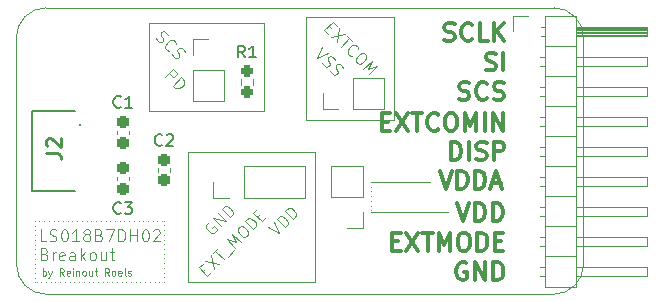
<source format=gto>
%TF.GenerationSoftware,KiCad,Pcbnew,8.0.3*%
%TF.CreationDate,2024-06-23T18:27:21+02:00*%
%TF.ProjectId,LS018B7DH02_breakout,4c533031-3842-4374-9448-30325f627265,rev?*%
%TF.SameCoordinates,Original*%
%TF.FileFunction,Legend,Top*%
%TF.FilePolarity,Positive*%
%FSLAX46Y46*%
G04 Gerber Fmt 4.6, Leading zero omitted, Abs format (unit mm)*
G04 Created by KiCad (PCBNEW 8.0.3) date 2024-06-23 18:27:21*
%MOMM*%
%LPD*%
G01*
G04 APERTURE LIST*
G04 Aperture macros list*
%AMRoundRect*
0 Rectangle with rounded corners*
0 $1 Rounding radius*
0 $2 $3 $4 $5 $6 $7 $8 $9 X,Y pos of 4 corners*
0 Add a 4 corners polygon primitive as box body*
4,1,4,$2,$3,$4,$5,$6,$7,$8,$9,$2,$3,0*
0 Add four circle primitives for the rounded corners*
1,1,$1+$1,$2,$3*
1,1,$1+$1,$4,$5*
1,1,$1+$1,$6,$7*
1,1,$1+$1,$8,$9*
0 Add four rect primitives between the rounded corners*
20,1,$1+$1,$2,$3,$4,$5,0*
20,1,$1+$1,$4,$5,$6,$7,0*
20,1,$1+$1,$6,$7,$8,$9,0*
20,1,$1+$1,$8,$9,$2,$3,0*%
G04 Aperture macros list end*
%ADD10C,0.100000*%
%ADD11C,0.300000*%
%ADD12C,0.150000*%
%ADD13C,0.254000*%
%ADD14C,0.120000*%
%ADD15C,0.200000*%
%ADD16R,1.700000X1.700000*%
%ADD17O,1.700000X1.700000*%
%ADD18RoundRect,0.237500X0.237500X-0.300000X0.237500X0.300000X-0.237500X0.300000X-0.237500X-0.300000X0*%
%ADD19RoundRect,0.237500X-0.237500X0.300000X-0.237500X-0.300000X0.237500X-0.300000X0.237500X0.300000X0*%
%ADD20R,0.700000X0.300000*%
%ADD21R,1.000000X0.300000*%
%ADD22RoundRect,0.237500X0.237500X-0.250000X0.237500X0.250000X-0.237500X0.250000X-0.237500X-0.250000X0*%
G04 APERTURE END LIST*
D10*
X119500000Y-103000000D02*
X119500000Y-83750000D01*
X106500000Y-96000000D02*
X101500000Y-96000000D01*
X71494538Y-103005762D02*
X71494538Y-83755762D01*
X117000000Y-81250000D02*
G75*
G02*
X119500000Y-83750000I0J-2500000D01*
G01*
X73040611Y-99275205D02*
X73040611Y-99275205D01*
X73440611Y-99275205D02*
X73440611Y-99275205D01*
X73840611Y-99275205D02*
X73840611Y-99275205D01*
X74240611Y-99275205D02*
X74240611Y-99275205D01*
X74640611Y-99275205D02*
X74640611Y-99275205D01*
X75040611Y-99275205D02*
X75040611Y-99275205D01*
X75440611Y-99275205D02*
X75440611Y-99275205D01*
X75840611Y-99275205D02*
X75840611Y-99275205D01*
X76240611Y-99275205D02*
X76240611Y-99275205D01*
X76640611Y-99275205D02*
X76640611Y-99275205D01*
X77040611Y-99275205D02*
X77040611Y-99275205D01*
X77440611Y-99275205D02*
X77440611Y-99275205D01*
X77840611Y-99275205D02*
X77840611Y-99275205D01*
X78240611Y-99275205D02*
X78240611Y-99275205D01*
X78640611Y-99275205D02*
X78640611Y-99275205D01*
X79040611Y-99275205D02*
X79040611Y-99275205D01*
X79440611Y-99275205D02*
X79440611Y-99275205D01*
X79840611Y-99275205D02*
X79840611Y-99275205D01*
X80240611Y-99275205D02*
X80240611Y-99275205D01*
X80640611Y-99275205D02*
X80640611Y-99275205D01*
X81040611Y-99275205D02*
X81040611Y-99275205D01*
X81440611Y-99275205D02*
X81440611Y-99275205D01*
X81840611Y-99275205D02*
X81840611Y-99275205D01*
X82240611Y-99275205D02*
X82240611Y-99275205D01*
X82640611Y-99275205D02*
X82640611Y-99275205D01*
X83040611Y-99275205D02*
X83040611Y-99275205D01*
X83440611Y-99275205D02*
X83440611Y-99275205D01*
X83840611Y-99275205D02*
X83840611Y-99275205D01*
X84000000Y-99275205D02*
X84000000Y-99275205D01*
X84000000Y-99675205D02*
X84000000Y-99675205D01*
X84000000Y-100075205D02*
X84000000Y-100075205D01*
X84000000Y-100475205D02*
X84000000Y-100475205D01*
X84000000Y-100875205D02*
X84000000Y-100875205D01*
X84000000Y-101275205D02*
X84000000Y-101275205D01*
X84000000Y-101675205D02*
X84000000Y-101675205D01*
X84000000Y-102075205D02*
X84000000Y-102075205D01*
X84000000Y-102475205D02*
X84000000Y-102475205D01*
X84000000Y-102875205D02*
X84000000Y-102875205D01*
X84000000Y-103275205D02*
X84000000Y-103275205D01*
X84000000Y-103675205D02*
X84000000Y-103675205D01*
X84000000Y-104075205D02*
X84000000Y-104075205D01*
X84000000Y-104475205D02*
X84000000Y-104475205D01*
X84000000Y-104500000D02*
X84000000Y-104500000D01*
X83600000Y-104500000D02*
X83600000Y-104500000D01*
X83200000Y-104500000D02*
X83200000Y-104500000D01*
X82800000Y-104500000D02*
X82800000Y-104500000D01*
X82400000Y-104500000D02*
X82400000Y-104500000D01*
X82000000Y-104500000D02*
X82000000Y-104500000D01*
X81600000Y-104500000D02*
X81600000Y-104500000D01*
X81200000Y-104500000D02*
X81200000Y-104500000D01*
X80800000Y-104500000D02*
X80800000Y-104500000D01*
X80400000Y-104500000D02*
X80400000Y-104500000D01*
X80000000Y-104500000D02*
X80000000Y-104500000D01*
X79600000Y-104500000D02*
X79600000Y-104500000D01*
X79200000Y-104500000D02*
X79200000Y-104500000D01*
X78800000Y-104500000D02*
X78800000Y-104500000D01*
X78400000Y-104500000D02*
X78400000Y-104500000D01*
X78000000Y-104500000D02*
X78000000Y-104500000D01*
X77600000Y-104500000D02*
X77600000Y-104500000D01*
X77200000Y-104500000D02*
X77200000Y-104500000D01*
X76800000Y-104500000D02*
X76800000Y-104500000D01*
X76400000Y-104500000D02*
X76400000Y-104500000D01*
X76000000Y-104500000D02*
X76000000Y-104500000D01*
X75600000Y-104500000D02*
X75600000Y-104500000D01*
X75200000Y-104500000D02*
X75200000Y-104500000D01*
X74800000Y-104500000D02*
X74800000Y-104500000D01*
X74400000Y-104500000D02*
X74400000Y-104500000D01*
X74000000Y-104500000D02*
X74000000Y-104500000D01*
X73600000Y-104500000D02*
X73600000Y-104500000D01*
X73200000Y-104500000D02*
X73200000Y-104500000D01*
X73040611Y-104500000D02*
X73040611Y-104500000D01*
X73040611Y-104100000D02*
X73040611Y-104100000D01*
X73040611Y-103700000D02*
X73040611Y-103700000D01*
X73040611Y-103300000D02*
X73040611Y-103300000D01*
X73040611Y-102900000D02*
X73040611Y-102900000D01*
X73040611Y-102500000D02*
X73040611Y-102500000D01*
X73040611Y-102100000D02*
X73040611Y-102100000D01*
X73040611Y-101700000D02*
X73040611Y-101700000D01*
X73040611Y-101300000D02*
X73040611Y-101300000D01*
X73040611Y-100900000D02*
X73040611Y-100900000D01*
X73040611Y-100500000D02*
X73040611Y-100500000D01*
X73040611Y-100100000D02*
X73040611Y-100100000D01*
X73040611Y-99700000D02*
X73040611Y-99700000D01*
X73040611Y-99300000D02*
X73040611Y-99300000D01*
X106500000Y-98500000D02*
X101500000Y-98500000D01*
X71494538Y-83755762D02*
G75*
G02*
X73994538Y-81255838I2499962J-38D01*
G01*
X101500000Y-96000000D02*
X101500000Y-96000000D01*
X101500000Y-96400000D02*
X101500000Y-96400000D01*
X101500000Y-96800000D02*
X101500000Y-96800000D01*
X101500000Y-97200000D02*
X101500000Y-97200000D01*
X101500000Y-97600000D02*
X101500000Y-97600000D01*
X101500000Y-98000000D02*
X101500000Y-98000000D01*
X101500000Y-98400000D02*
X101500000Y-98400000D01*
X73994538Y-81255762D02*
X116994538Y-81255762D01*
X86000000Y-93500000D02*
X96750000Y-93500000D01*
X96750000Y-104500000D01*
X86000000Y-104500000D01*
X86000000Y-93500000D01*
X82750000Y-82500000D02*
X92500000Y-82500000D01*
X92500000Y-90000000D01*
X82750000Y-90000000D01*
X82750000Y-82500000D01*
X119500000Y-103000000D02*
G75*
G02*
X117000000Y-105500000I-2500000J0D01*
G01*
X74000000Y-105500000D02*
G75*
G02*
X71500000Y-103000000I0J2500000D01*
G01*
X117000000Y-105500000D02*
X74000000Y-105500000D01*
X106500000Y-98500000D02*
X108000000Y-98500000D01*
X96000000Y-82000000D02*
X103500000Y-82000000D01*
X103500000Y-90750000D01*
X96000000Y-90750000D01*
X96000000Y-82000000D01*
X87254275Y-103574518D02*
X87489978Y-103338816D01*
X87961382Y-103608190D02*
X87624665Y-103944908D01*
X87624665Y-103944908D02*
X86917558Y-103237801D01*
X86917558Y-103237801D02*
X87254275Y-102901083D01*
X87489978Y-102665381D02*
X88668489Y-102901083D01*
X87961382Y-102193976D02*
X88197085Y-103372488D01*
X88129741Y-102025618D02*
X88533802Y-101621557D01*
X89038878Y-102530694D02*
X88331772Y-101823587D01*
X89375596Y-102328663D02*
X89914344Y-101789915D01*
X90015360Y-101554213D02*
X89308253Y-100847106D01*
X89308253Y-100847106D02*
X90049031Y-101116480D01*
X90049031Y-101116480D02*
X89779657Y-100375701D01*
X89779657Y-100375701D02*
X90486764Y-101082808D01*
X90251062Y-99904297D02*
X90385749Y-99769610D01*
X90385749Y-99769610D02*
X90486764Y-99735938D01*
X90486764Y-99735938D02*
X90621451Y-99735938D01*
X90621451Y-99735938D02*
X90789810Y-99836954D01*
X90789810Y-99836954D02*
X91025512Y-100072656D01*
X91025512Y-100072656D02*
X91126527Y-100241015D01*
X91126527Y-100241015D02*
X91126527Y-100375702D01*
X91126527Y-100375702D02*
X91092855Y-100476717D01*
X91092855Y-100476717D02*
X90958168Y-100611404D01*
X90958168Y-100611404D02*
X90857153Y-100645076D01*
X90857153Y-100645076D02*
X90722466Y-100645076D01*
X90722466Y-100645076D02*
X90554107Y-100544060D01*
X90554107Y-100544060D02*
X90318405Y-100308358D01*
X90318405Y-100308358D02*
X90217390Y-100139999D01*
X90217390Y-100139999D02*
X90217390Y-100005312D01*
X90217390Y-100005312D02*
X90251062Y-99904297D01*
X91564260Y-100005312D02*
X90857153Y-99298206D01*
X90857153Y-99298206D02*
X91025512Y-99129847D01*
X91025512Y-99129847D02*
X91160199Y-99062503D01*
X91160199Y-99062503D02*
X91294886Y-99062503D01*
X91294886Y-99062503D02*
X91395901Y-99096175D01*
X91395901Y-99096175D02*
X91564260Y-99197190D01*
X91564260Y-99197190D02*
X91665275Y-99298206D01*
X91665275Y-99298206D02*
X91766290Y-99466564D01*
X91766290Y-99466564D02*
X91799962Y-99567580D01*
X91799962Y-99567580D02*
X91799962Y-99702267D01*
X91799962Y-99702267D02*
X91732619Y-99836954D01*
X91732619Y-99836954D02*
X91564260Y-100005312D01*
X91900977Y-98927816D02*
X92136680Y-98692114D01*
X92608084Y-98961488D02*
X92271367Y-99298206D01*
X92271367Y-99298206D02*
X91564260Y-98591099D01*
X91564260Y-98591099D02*
X91900977Y-98254381D01*
X87821619Y-99401083D02*
X87720604Y-99434755D01*
X87720604Y-99434755D02*
X87619588Y-99535770D01*
X87619588Y-99535770D02*
X87552245Y-99670457D01*
X87552245Y-99670457D02*
X87552245Y-99805144D01*
X87552245Y-99805144D02*
X87585917Y-99906160D01*
X87585917Y-99906160D02*
X87686932Y-100074518D01*
X87686932Y-100074518D02*
X87787947Y-100175534D01*
X87787947Y-100175534D02*
X87956306Y-100276549D01*
X87956306Y-100276549D02*
X88057321Y-100310221D01*
X88057321Y-100310221D02*
X88192008Y-100310221D01*
X88192008Y-100310221D02*
X88326695Y-100242877D01*
X88326695Y-100242877D02*
X88394039Y-100175534D01*
X88394039Y-100175534D02*
X88461382Y-100040847D01*
X88461382Y-100040847D02*
X88461382Y-99973503D01*
X88461382Y-99973503D02*
X88225680Y-99737801D01*
X88225680Y-99737801D02*
X88090993Y-99872488D01*
X88831772Y-99737801D02*
X88124665Y-99030694D01*
X88124665Y-99030694D02*
X89235833Y-99333740D01*
X89235833Y-99333740D02*
X88528726Y-98626633D01*
X89572550Y-98997022D02*
X88865443Y-98289915D01*
X88865443Y-98289915D02*
X89033802Y-98121557D01*
X89033802Y-98121557D02*
X89168489Y-98054213D01*
X89168489Y-98054213D02*
X89303176Y-98054213D01*
X89303176Y-98054213D02*
X89404191Y-98087885D01*
X89404191Y-98087885D02*
X89572550Y-98188900D01*
X89572550Y-98188900D02*
X89673565Y-98289915D01*
X89673565Y-98289915D02*
X89774581Y-98458274D01*
X89774581Y-98458274D02*
X89808252Y-98559289D01*
X89808252Y-98559289D02*
X89808252Y-98693976D01*
X89808252Y-98693976D02*
X89740909Y-98828664D01*
X89740909Y-98828664D02*
X89572550Y-98997022D01*
D11*
X111233082Y-86479400D02*
X111447368Y-86550828D01*
X111447368Y-86550828D02*
X111804510Y-86550828D01*
X111804510Y-86550828D02*
X111947368Y-86479400D01*
X111947368Y-86479400D02*
X112018796Y-86407971D01*
X112018796Y-86407971D02*
X112090225Y-86265114D01*
X112090225Y-86265114D02*
X112090225Y-86122257D01*
X112090225Y-86122257D02*
X112018796Y-85979400D01*
X112018796Y-85979400D02*
X111947368Y-85907971D01*
X111947368Y-85907971D02*
X111804510Y-85836542D01*
X111804510Y-85836542D02*
X111518796Y-85765114D01*
X111518796Y-85765114D02*
X111375939Y-85693685D01*
X111375939Y-85693685D02*
X111304510Y-85622257D01*
X111304510Y-85622257D02*
X111233082Y-85479400D01*
X111233082Y-85479400D02*
X111233082Y-85336542D01*
X111233082Y-85336542D02*
X111304510Y-85193685D01*
X111304510Y-85193685D02*
X111375939Y-85122257D01*
X111375939Y-85122257D02*
X111518796Y-85050828D01*
X111518796Y-85050828D02*
X111875939Y-85050828D01*
X111875939Y-85050828D02*
X112090225Y-85122257D01*
X112733081Y-86550828D02*
X112733081Y-85050828D01*
X108840225Y-97800828D02*
X109340225Y-99300828D01*
X109340225Y-99300828D02*
X109840225Y-97800828D01*
X110340224Y-99300828D02*
X110340224Y-97800828D01*
X110340224Y-97800828D02*
X110697367Y-97800828D01*
X110697367Y-97800828D02*
X110911653Y-97872257D01*
X110911653Y-97872257D02*
X111054510Y-98015114D01*
X111054510Y-98015114D02*
X111125939Y-98157971D01*
X111125939Y-98157971D02*
X111197367Y-98443685D01*
X111197367Y-98443685D02*
X111197367Y-98657971D01*
X111197367Y-98657971D02*
X111125939Y-98943685D01*
X111125939Y-98943685D02*
X111054510Y-99086542D01*
X111054510Y-99086542D02*
X110911653Y-99229400D01*
X110911653Y-99229400D02*
X110697367Y-99300828D01*
X110697367Y-99300828D02*
X110340224Y-99300828D01*
X111840224Y-99300828D02*
X111840224Y-97800828D01*
X111840224Y-97800828D02*
X112197367Y-97800828D01*
X112197367Y-97800828D02*
X112411653Y-97872257D01*
X112411653Y-97872257D02*
X112554510Y-98015114D01*
X112554510Y-98015114D02*
X112625939Y-98157971D01*
X112625939Y-98157971D02*
X112697367Y-98443685D01*
X112697367Y-98443685D02*
X112697367Y-98657971D01*
X112697367Y-98657971D02*
X112625939Y-98943685D01*
X112625939Y-98943685D02*
X112554510Y-99086542D01*
X112554510Y-99086542D02*
X112411653Y-99229400D01*
X112411653Y-99229400D02*
X112197367Y-99300828D01*
X112197367Y-99300828D02*
X111840224Y-99300828D01*
X103304510Y-101015114D02*
X103804510Y-101015114D01*
X104018796Y-101800828D02*
X103304510Y-101800828D01*
X103304510Y-101800828D02*
X103304510Y-100300828D01*
X103304510Y-100300828D02*
X104018796Y-100300828D01*
X104518796Y-100300828D02*
X105518796Y-101800828D01*
X105518796Y-100300828D02*
X104518796Y-101800828D01*
X105875939Y-100300828D02*
X106733082Y-100300828D01*
X106304510Y-101800828D02*
X106304510Y-100300828D01*
X107233081Y-101800828D02*
X107233081Y-100300828D01*
X107233081Y-100300828D02*
X107733081Y-101372257D01*
X107733081Y-101372257D02*
X108233081Y-100300828D01*
X108233081Y-100300828D02*
X108233081Y-101800828D01*
X109233082Y-100300828D02*
X109518796Y-100300828D01*
X109518796Y-100300828D02*
X109661653Y-100372257D01*
X109661653Y-100372257D02*
X109804510Y-100515114D01*
X109804510Y-100515114D02*
X109875939Y-100800828D01*
X109875939Y-100800828D02*
X109875939Y-101300828D01*
X109875939Y-101300828D02*
X109804510Y-101586542D01*
X109804510Y-101586542D02*
X109661653Y-101729400D01*
X109661653Y-101729400D02*
X109518796Y-101800828D01*
X109518796Y-101800828D02*
X109233082Y-101800828D01*
X109233082Y-101800828D02*
X109090225Y-101729400D01*
X109090225Y-101729400D02*
X108947367Y-101586542D01*
X108947367Y-101586542D02*
X108875939Y-101300828D01*
X108875939Y-101300828D02*
X108875939Y-100800828D01*
X108875939Y-100800828D02*
X108947367Y-100515114D01*
X108947367Y-100515114D02*
X109090225Y-100372257D01*
X109090225Y-100372257D02*
X109233082Y-100300828D01*
X110518796Y-101800828D02*
X110518796Y-100300828D01*
X110518796Y-100300828D02*
X110875939Y-100300828D01*
X110875939Y-100300828D02*
X111090225Y-100372257D01*
X111090225Y-100372257D02*
X111233082Y-100515114D01*
X111233082Y-100515114D02*
X111304511Y-100657971D01*
X111304511Y-100657971D02*
X111375939Y-100943685D01*
X111375939Y-100943685D02*
X111375939Y-101157971D01*
X111375939Y-101157971D02*
X111304511Y-101443685D01*
X111304511Y-101443685D02*
X111233082Y-101586542D01*
X111233082Y-101586542D02*
X111090225Y-101729400D01*
X111090225Y-101729400D02*
X110875939Y-101800828D01*
X110875939Y-101800828D02*
X110518796Y-101800828D01*
X112018796Y-101015114D02*
X112518796Y-101015114D01*
X112733082Y-101800828D02*
X112018796Y-101800828D01*
X112018796Y-101800828D02*
X112018796Y-100300828D01*
X112018796Y-100300828D02*
X112733082Y-100300828D01*
D10*
X97411183Y-84566543D02*
X96939778Y-85509352D01*
X96939778Y-85509352D02*
X97882588Y-85037947D01*
X97411183Y-85913413D02*
X97478527Y-86048100D01*
X97478527Y-86048100D02*
X97646885Y-86216459D01*
X97646885Y-86216459D02*
X97747901Y-86250130D01*
X97747901Y-86250130D02*
X97815244Y-86250130D01*
X97815244Y-86250130D02*
X97916259Y-86216459D01*
X97916259Y-86216459D02*
X97983603Y-86149115D01*
X97983603Y-86149115D02*
X98017275Y-86048100D01*
X98017275Y-86048100D02*
X98017275Y-85980756D01*
X98017275Y-85980756D02*
X97983603Y-85879741D01*
X97983603Y-85879741D02*
X97882588Y-85711382D01*
X97882588Y-85711382D02*
X97848916Y-85610367D01*
X97848916Y-85610367D02*
X97848916Y-85543024D01*
X97848916Y-85543024D02*
X97882588Y-85442008D01*
X97882588Y-85442008D02*
X97949931Y-85374665D01*
X97949931Y-85374665D02*
X98050946Y-85340993D01*
X98050946Y-85340993D02*
X98118290Y-85340993D01*
X98118290Y-85340993D02*
X98219305Y-85374665D01*
X98219305Y-85374665D02*
X98387664Y-85543024D01*
X98387664Y-85543024D02*
X98455007Y-85677711D01*
X98084618Y-86586848D02*
X98151962Y-86721535D01*
X98151962Y-86721535D02*
X98320320Y-86889894D01*
X98320320Y-86889894D02*
X98421336Y-86923565D01*
X98421336Y-86923565D02*
X98488679Y-86923565D01*
X98488679Y-86923565D02*
X98589694Y-86889894D01*
X98589694Y-86889894D02*
X98657038Y-86822550D01*
X98657038Y-86822550D02*
X98690710Y-86721535D01*
X98690710Y-86721535D02*
X98690710Y-86654191D01*
X98690710Y-86654191D02*
X98657038Y-86553176D01*
X98657038Y-86553176D02*
X98556023Y-86384817D01*
X98556023Y-86384817D02*
X98522351Y-86283802D01*
X98522351Y-86283802D02*
X98522351Y-86216459D01*
X98522351Y-86216459D02*
X98556023Y-86115443D01*
X98556023Y-86115443D02*
X98623366Y-86048100D01*
X98623366Y-86048100D02*
X98724381Y-86014428D01*
X98724381Y-86014428D02*
X98791725Y-86014428D01*
X98791725Y-86014428D02*
X98892740Y-86048100D01*
X98892740Y-86048100D02*
X99061099Y-86216459D01*
X99061099Y-86216459D02*
X99128442Y-86351146D01*
X97925481Y-82754275D02*
X98161183Y-82989978D01*
X97891809Y-83461382D02*
X97555091Y-83124665D01*
X97555091Y-83124665D02*
X98262198Y-82417558D01*
X98262198Y-82417558D02*
X98598916Y-82754275D01*
X98834618Y-82989978D02*
X98598916Y-84168489D01*
X99306023Y-83461382D02*
X98127511Y-83697085D01*
X99474381Y-83629741D02*
X99878442Y-84033802D01*
X98969305Y-84538878D02*
X99676412Y-83831772D01*
X99878443Y-85313329D02*
X99811099Y-85313329D01*
X99811099Y-85313329D02*
X99676412Y-85245985D01*
X99676412Y-85245985D02*
X99609069Y-85178642D01*
X99609069Y-85178642D02*
X99541725Y-85043955D01*
X99541725Y-85043955D02*
X99541725Y-84909268D01*
X99541725Y-84909268D02*
X99575397Y-84808253D01*
X99575397Y-84808253D02*
X99676412Y-84639894D01*
X99676412Y-84639894D02*
X99777427Y-84538879D01*
X99777427Y-84538879D02*
X99945786Y-84437863D01*
X99945786Y-84437863D02*
X100046801Y-84404192D01*
X100046801Y-84404192D02*
X100181488Y-84404192D01*
X100181488Y-84404192D02*
X100316175Y-84471535D01*
X100316175Y-84471535D02*
X100383519Y-84538879D01*
X100383519Y-84538879D02*
X100450862Y-84673566D01*
X100450862Y-84673566D02*
X100450862Y-84740909D01*
X100955939Y-85111298D02*
X101090626Y-85245985D01*
X101090626Y-85245985D02*
X101124297Y-85347001D01*
X101124297Y-85347001D02*
X101124297Y-85481688D01*
X101124297Y-85481688D02*
X101023282Y-85650046D01*
X101023282Y-85650046D02*
X100787580Y-85885749D01*
X100787580Y-85885749D02*
X100619221Y-85986764D01*
X100619221Y-85986764D02*
X100484534Y-85986764D01*
X100484534Y-85986764D02*
X100383519Y-85953092D01*
X100383519Y-85953092D02*
X100248832Y-85818405D01*
X100248832Y-85818405D02*
X100215160Y-85717390D01*
X100215160Y-85717390D02*
X100215160Y-85582703D01*
X100215160Y-85582703D02*
X100316175Y-85414344D01*
X100316175Y-85414344D02*
X100551878Y-85178642D01*
X100551878Y-85178642D02*
X100720236Y-85077627D01*
X100720236Y-85077627D02*
X100854923Y-85077627D01*
X100854923Y-85077627D02*
X100955939Y-85111298D01*
X100854923Y-86424497D02*
X101562030Y-85717390D01*
X101562030Y-85717390D02*
X101292656Y-86458168D01*
X101292656Y-86458168D02*
X102033435Y-86188794D01*
X102033435Y-86188794D02*
X101326328Y-86895901D01*
D11*
X108304510Y-94115059D02*
X108304510Y-92615059D01*
X108304510Y-92615059D02*
X108661653Y-92615059D01*
X108661653Y-92615059D02*
X108875939Y-92686488D01*
X108875939Y-92686488D02*
X109018796Y-92829345D01*
X109018796Y-92829345D02*
X109090225Y-92972202D01*
X109090225Y-92972202D02*
X109161653Y-93257916D01*
X109161653Y-93257916D02*
X109161653Y-93472202D01*
X109161653Y-93472202D02*
X109090225Y-93757916D01*
X109090225Y-93757916D02*
X109018796Y-93900773D01*
X109018796Y-93900773D02*
X108875939Y-94043631D01*
X108875939Y-94043631D02*
X108661653Y-94115059D01*
X108661653Y-94115059D02*
X108304510Y-94115059D01*
X109804510Y-94115059D02*
X109804510Y-92615059D01*
X110447368Y-94043631D02*
X110661654Y-94115059D01*
X110661654Y-94115059D02*
X111018796Y-94115059D01*
X111018796Y-94115059D02*
X111161654Y-94043631D01*
X111161654Y-94043631D02*
X111233082Y-93972202D01*
X111233082Y-93972202D02*
X111304511Y-93829345D01*
X111304511Y-93829345D02*
X111304511Y-93686488D01*
X111304511Y-93686488D02*
X111233082Y-93543631D01*
X111233082Y-93543631D02*
X111161654Y-93472202D01*
X111161654Y-93472202D02*
X111018796Y-93400773D01*
X111018796Y-93400773D02*
X110733082Y-93329345D01*
X110733082Y-93329345D02*
X110590225Y-93257916D01*
X110590225Y-93257916D02*
X110518796Y-93186488D01*
X110518796Y-93186488D02*
X110447368Y-93043631D01*
X110447368Y-93043631D02*
X110447368Y-92900773D01*
X110447368Y-92900773D02*
X110518796Y-92757916D01*
X110518796Y-92757916D02*
X110590225Y-92686488D01*
X110590225Y-92686488D02*
X110733082Y-92615059D01*
X110733082Y-92615059D02*
X111090225Y-92615059D01*
X111090225Y-92615059D02*
X111304511Y-92686488D01*
X111947367Y-94115059D02*
X111947367Y-92615059D01*
X111947367Y-92615059D02*
X112518796Y-92615059D01*
X112518796Y-92615059D02*
X112661653Y-92686488D01*
X112661653Y-92686488D02*
X112733082Y-92757916D01*
X112733082Y-92757916D02*
X112804510Y-92900773D01*
X112804510Y-92900773D02*
X112804510Y-93115059D01*
X112804510Y-93115059D02*
X112733082Y-93257916D01*
X112733082Y-93257916D02*
X112661653Y-93329345D01*
X112661653Y-93329345D02*
X112518796Y-93400773D01*
X112518796Y-93400773D02*
X111947367Y-93400773D01*
D10*
X73708646Y-103921371D02*
X73708646Y-103321371D01*
X73708646Y-103549942D02*
X73765789Y-103521371D01*
X73765789Y-103521371D02*
X73880074Y-103521371D01*
X73880074Y-103521371D02*
X73937217Y-103549942D01*
X73937217Y-103549942D02*
X73965789Y-103578514D01*
X73965789Y-103578514D02*
X73994360Y-103635657D01*
X73994360Y-103635657D02*
X73994360Y-103807085D01*
X73994360Y-103807085D02*
X73965789Y-103864228D01*
X73965789Y-103864228D02*
X73937217Y-103892800D01*
X73937217Y-103892800D02*
X73880074Y-103921371D01*
X73880074Y-103921371D02*
X73765789Y-103921371D01*
X73765789Y-103921371D02*
X73708646Y-103892800D01*
X74194360Y-103521371D02*
X74337217Y-103921371D01*
X74480074Y-103521371D02*
X74337217Y-103921371D01*
X74337217Y-103921371D02*
X74280074Y-104064228D01*
X74280074Y-104064228D02*
X74251503Y-104092800D01*
X74251503Y-104092800D02*
X74194360Y-104121371D01*
X75508646Y-103921371D02*
X75308646Y-103635657D01*
X75165789Y-103921371D02*
X75165789Y-103321371D01*
X75165789Y-103321371D02*
X75394360Y-103321371D01*
X75394360Y-103321371D02*
X75451503Y-103349942D01*
X75451503Y-103349942D02*
X75480074Y-103378514D01*
X75480074Y-103378514D02*
X75508646Y-103435657D01*
X75508646Y-103435657D02*
X75508646Y-103521371D01*
X75508646Y-103521371D02*
X75480074Y-103578514D01*
X75480074Y-103578514D02*
X75451503Y-103607085D01*
X75451503Y-103607085D02*
X75394360Y-103635657D01*
X75394360Y-103635657D02*
X75165789Y-103635657D01*
X75994360Y-103892800D02*
X75937217Y-103921371D01*
X75937217Y-103921371D02*
X75822932Y-103921371D01*
X75822932Y-103921371D02*
X75765789Y-103892800D01*
X75765789Y-103892800D02*
X75737217Y-103835657D01*
X75737217Y-103835657D02*
X75737217Y-103607085D01*
X75737217Y-103607085D02*
X75765789Y-103549942D01*
X75765789Y-103549942D02*
X75822932Y-103521371D01*
X75822932Y-103521371D02*
X75937217Y-103521371D01*
X75937217Y-103521371D02*
X75994360Y-103549942D01*
X75994360Y-103549942D02*
X76022932Y-103607085D01*
X76022932Y-103607085D02*
X76022932Y-103664228D01*
X76022932Y-103664228D02*
X75737217Y-103721371D01*
X76280075Y-103921371D02*
X76280075Y-103521371D01*
X76280075Y-103321371D02*
X76251503Y-103349942D01*
X76251503Y-103349942D02*
X76280075Y-103378514D01*
X76280075Y-103378514D02*
X76308646Y-103349942D01*
X76308646Y-103349942D02*
X76280075Y-103321371D01*
X76280075Y-103321371D02*
X76280075Y-103378514D01*
X76565789Y-103521371D02*
X76565789Y-103921371D01*
X76565789Y-103578514D02*
X76594360Y-103549942D01*
X76594360Y-103549942D02*
X76651503Y-103521371D01*
X76651503Y-103521371D02*
X76737217Y-103521371D01*
X76737217Y-103521371D02*
X76794360Y-103549942D01*
X76794360Y-103549942D02*
X76822932Y-103607085D01*
X76822932Y-103607085D02*
X76822932Y-103921371D01*
X77194360Y-103921371D02*
X77137217Y-103892800D01*
X77137217Y-103892800D02*
X77108646Y-103864228D01*
X77108646Y-103864228D02*
X77080074Y-103807085D01*
X77080074Y-103807085D02*
X77080074Y-103635657D01*
X77080074Y-103635657D02*
X77108646Y-103578514D01*
X77108646Y-103578514D02*
X77137217Y-103549942D01*
X77137217Y-103549942D02*
X77194360Y-103521371D01*
X77194360Y-103521371D02*
X77280074Y-103521371D01*
X77280074Y-103521371D02*
X77337217Y-103549942D01*
X77337217Y-103549942D02*
X77365789Y-103578514D01*
X77365789Y-103578514D02*
X77394360Y-103635657D01*
X77394360Y-103635657D02*
X77394360Y-103807085D01*
X77394360Y-103807085D02*
X77365789Y-103864228D01*
X77365789Y-103864228D02*
X77337217Y-103892800D01*
X77337217Y-103892800D02*
X77280074Y-103921371D01*
X77280074Y-103921371D02*
X77194360Y-103921371D01*
X77908646Y-103521371D02*
X77908646Y-103921371D01*
X77651503Y-103521371D02*
X77651503Y-103835657D01*
X77651503Y-103835657D02*
X77680074Y-103892800D01*
X77680074Y-103892800D02*
X77737217Y-103921371D01*
X77737217Y-103921371D02*
X77822931Y-103921371D01*
X77822931Y-103921371D02*
X77880074Y-103892800D01*
X77880074Y-103892800D02*
X77908646Y-103864228D01*
X78108645Y-103521371D02*
X78337217Y-103521371D01*
X78194360Y-103321371D02*
X78194360Y-103835657D01*
X78194360Y-103835657D02*
X78222931Y-103892800D01*
X78222931Y-103892800D02*
X78280074Y-103921371D01*
X78280074Y-103921371D02*
X78337217Y-103921371D01*
X79337217Y-103921371D02*
X79137217Y-103635657D01*
X78994360Y-103921371D02*
X78994360Y-103321371D01*
X78994360Y-103321371D02*
X79222931Y-103321371D01*
X79222931Y-103321371D02*
X79280074Y-103349942D01*
X79280074Y-103349942D02*
X79308645Y-103378514D01*
X79308645Y-103378514D02*
X79337217Y-103435657D01*
X79337217Y-103435657D02*
X79337217Y-103521371D01*
X79337217Y-103521371D02*
X79308645Y-103578514D01*
X79308645Y-103578514D02*
X79280074Y-103607085D01*
X79280074Y-103607085D02*
X79222931Y-103635657D01*
X79222931Y-103635657D02*
X78994360Y-103635657D01*
X79680074Y-103921371D02*
X79622931Y-103892800D01*
X79622931Y-103892800D02*
X79594360Y-103864228D01*
X79594360Y-103864228D02*
X79565788Y-103807085D01*
X79565788Y-103807085D02*
X79565788Y-103635657D01*
X79565788Y-103635657D02*
X79594360Y-103578514D01*
X79594360Y-103578514D02*
X79622931Y-103549942D01*
X79622931Y-103549942D02*
X79680074Y-103521371D01*
X79680074Y-103521371D02*
X79765788Y-103521371D01*
X79765788Y-103521371D02*
X79822931Y-103549942D01*
X79822931Y-103549942D02*
X79851503Y-103578514D01*
X79851503Y-103578514D02*
X79880074Y-103635657D01*
X79880074Y-103635657D02*
X79880074Y-103807085D01*
X79880074Y-103807085D02*
X79851503Y-103864228D01*
X79851503Y-103864228D02*
X79822931Y-103892800D01*
X79822931Y-103892800D02*
X79765788Y-103921371D01*
X79765788Y-103921371D02*
X79680074Y-103921371D01*
X80365788Y-103892800D02*
X80308645Y-103921371D01*
X80308645Y-103921371D02*
X80194360Y-103921371D01*
X80194360Y-103921371D02*
X80137217Y-103892800D01*
X80137217Y-103892800D02*
X80108645Y-103835657D01*
X80108645Y-103835657D02*
X80108645Y-103607085D01*
X80108645Y-103607085D02*
X80137217Y-103549942D01*
X80137217Y-103549942D02*
X80194360Y-103521371D01*
X80194360Y-103521371D02*
X80308645Y-103521371D01*
X80308645Y-103521371D02*
X80365788Y-103549942D01*
X80365788Y-103549942D02*
X80394360Y-103607085D01*
X80394360Y-103607085D02*
X80394360Y-103664228D01*
X80394360Y-103664228D02*
X80108645Y-103721371D01*
X80737217Y-103921371D02*
X80680074Y-103892800D01*
X80680074Y-103892800D02*
X80651503Y-103835657D01*
X80651503Y-103835657D02*
X80651503Y-103321371D01*
X80937217Y-103892800D02*
X80994360Y-103921371D01*
X80994360Y-103921371D02*
X81108646Y-103921371D01*
X81108646Y-103921371D02*
X81165789Y-103892800D01*
X81165789Y-103892800D02*
X81194360Y-103835657D01*
X81194360Y-103835657D02*
X81194360Y-103807085D01*
X81194360Y-103807085D02*
X81165789Y-103749942D01*
X81165789Y-103749942D02*
X81108646Y-103721371D01*
X81108646Y-103721371D02*
X81022932Y-103721371D01*
X81022932Y-103721371D02*
X80965789Y-103692800D01*
X80965789Y-103692800D02*
X80937217Y-103635657D01*
X80937217Y-103635657D02*
X80937217Y-103607085D01*
X80937217Y-103607085D02*
X80965789Y-103549942D01*
X80965789Y-103549942D02*
X81022932Y-103521371D01*
X81022932Y-103521371D02*
X81108646Y-103521371D01*
X81108646Y-103521371D02*
X81165789Y-103549942D01*
D11*
X109590225Y-102872257D02*
X109447368Y-102800828D01*
X109447368Y-102800828D02*
X109233082Y-102800828D01*
X109233082Y-102800828D02*
X109018796Y-102872257D01*
X109018796Y-102872257D02*
X108875939Y-103015114D01*
X108875939Y-103015114D02*
X108804510Y-103157971D01*
X108804510Y-103157971D02*
X108733082Y-103443685D01*
X108733082Y-103443685D02*
X108733082Y-103657971D01*
X108733082Y-103657971D02*
X108804510Y-103943685D01*
X108804510Y-103943685D02*
X108875939Y-104086542D01*
X108875939Y-104086542D02*
X109018796Y-104229400D01*
X109018796Y-104229400D02*
X109233082Y-104300828D01*
X109233082Y-104300828D02*
X109375939Y-104300828D01*
X109375939Y-104300828D02*
X109590225Y-104229400D01*
X109590225Y-104229400D02*
X109661653Y-104157971D01*
X109661653Y-104157971D02*
X109661653Y-103657971D01*
X109661653Y-103657971D02*
X109375939Y-103657971D01*
X110304510Y-104300828D02*
X110304510Y-102800828D01*
X110304510Y-102800828D02*
X111161653Y-104300828D01*
X111161653Y-104300828D02*
X111161653Y-102800828D01*
X111875939Y-104300828D02*
X111875939Y-102800828D01*
X111875939Y-102800828D02*
X112233082Y-102800828D01*
X112233082Y-102800828D02*
X112447368Y-102872257D01*
X112447368Y-102872257D02*
X112590225Y-103015114D01*
X112590225Y-103015114D02*
X112661654Y-103157971D01*
X112661654Y-103157971D02*
X112733082Y-103443685D01*
X112733082Y-103443685D02*
X112733082Y-103657971D01*
X112733082Y-103657971D02*
X112661654Y-103943685D01*
X112661654Y-103943685D02*
X112590225Y-104086542D01*
X112590225Y-104086542D02*
X112447368Y-104229400D01*
X112447368Y-104229400D02*
X112233082Y-104300828D01*
X112233082Y-104300828D02*
X111875939Y-104300828D01*
D10*
X74030074Y-101012475D02*
X73553884Y-101012475D01*
X73553884Y-101012475D02*
X73553884Y-100012475D01*
X74315789Y-100964856D02*
X74458646Y-101012475D01*
X74458646Y-101012475D02*
X74696741Y-101012475D01*
X74696741Y-101012475D02*
X74791979Y-100964856D01*
X74791979Y-100964856D02*
X74839598Y-100917236D01*
X74839598Y-100917236D02*
X74887217Y-100821998D01*
X74887217Y-100821998D02*
X74887217Y-100726760D01*
X74887217Y-100726760D02*
X74839598Y-100631522D01*
X74839598Y-100631522D02*
X74791979Y-100583903D01*
X74791979Y-100583903D02*
X74696741Y-100536284D01*
X74696741Y-100536284D02*
X74506265Y-100488665D01*
X74506265Y-100488665D02*
X74411027Y-100441046D01*
X74411027Y-100441046D02*
X74363408Y-100393427D01*
X74363408Y-100393427D02*
X74315789Y-100298189D01*
X74315789Y-100298189D02*
X74315789Y-100202951D01*
X74315789Y-100202951D02*
X74363408Y-100107713D01*
X74363408Y-100107713D02*
X74411027Y-100060094D01*
X74411027Y-100060094D02*
X74506265Y-100012475D01*
X74506265Y-100012475D02*
X74744360Y-100012475D01*
X74744360Y-100012475D02*
X74887217Y-100060094D01*
X75506265Y-100012475D02*
X75601503Y-100012475D01*
X75601503Y-100012475D02*
X75696741Y-100060094D01*
X75696741Y-100060094D02*
X75744360Y-100107713D01*
X75744360Y-100107713D02*
X75791979Y-100202951D01*
X75791979Y-100202951D02*
X75839598Y-100393427D01*
X75839598Y-100393427D02*
X75839598Y-100631522D01*
X75839598Y-100631522D02*
X75791979Y-100821998D01*
X75791979Y-100821998D02*
X75744360Y-100917236D01*
X75744360Y-100917236D02*
X75696741Y-100964856D01*
X75696741Y-100964856D02*
X75601503Y-101012475D01*
X75601503Y-101012475D02*
X75506265Y-101012475D01*
X75506265Y-101012475D02*
X75411027Y-100964856D01*
X75411027Y-100964856D02*
X75363408Y-100917236D01*
X75363408Y-100917236D02*
X75315789Y-100821998D01*
X75315789Y-100821998D02*
X75268170Y-100631522D01*
X75268170Y-100631522D02*
X75268170Y-100393427D01*
X75268170Y-100393427D02*
X75315789Y-100202951D01*
X75315789Y-100202951D02*
X75363408Y-100107713D01*
X75363408Y-100107713D02*
X75411027Y-100060094D01*
X75411027Y-100060094D02*
X75506265Y-100012475D01*
X76791979Y-101012475D02*
X76220551Y-101012475D01*
X76506265Y-101012475D02*
X76506265Y-100012475D01*
X76506265Y-100012475D02*
X76411027Y-100155332D01*
X76411027Y-100155332D02*
X76315789Y-100250570D01*
X76315789Y-100250570D02*
X76220551Y-100298189D01*
X77363408Y-100441046D02*
X77268170Y-100393427D01*
X77268170Y-100393427D02*
X77220551Y-100345808D01*
X77220551Y-100345808D02*
X77172932Y-100250570D01*
X77172932Y-100250570D02*
X77172932Y-100202951D01*
X77172932Y-100202951D02*
X77220551Y-100107713D01*
X77220551Y-100107713D02*
X77268170Y-100060094D01*
X77268170Y-100060094D02*
X77363408Y-100012475D01*
X77363408Y-100012475D02*
X77553884Y-100012475D01*
X77553884Y-100012475D02*
X77649122Y-100060094D01*
X77649122Y-100060094D02*
X77696741Y-100107713D01*
X77696741Y-100107713D02*
X77744360Y-100202951D01*
X77744360Y-100202951D02*
X77744360Y-100250570D01*
X77744360Y-100250570D02*
X77696741Y-100345808D01*
X77696741Y-100345808D02*
X77649122Y-100393427D01*
X77649122Y-100393427D02*
X77553884Y-100441046D01*
X77553884Y-100441046D02*
X77363408Y-100441046D01*
X77363408Y-100441046D02*
X77268170Y-100488665D01*
X77268170Y-100488665D02*
X77220551Y-100536284D01*
X77220551Y-100536284D02*
X77172932Y-100631522D01*
X77172932Y-100631522D02*
X77172932Y-100821998D01*
X77172932Y-100821998D02*
X77220551Y-100917236D01*
X77220551Y-100917236D02*
X77268170Y-100964856D01*
X77268170Y-100964856D02*
X77363408Y-101012475D01*
X77363408Y-101012475D02*
X77553884Y-101012475D01*
X77553884Y-101012475D02*
X77649122Y-100964856D01*
X77649122Y-100964856D02*
X77696741Y-100917236D01*
X77696741Y-100917236D02*
X77744360Y-100821998D01*
X77744360Y-100821998D02*
X77744360Y-100631522D01*
X77744360Y-100631522D02*
X77696741Y-100536284D01*
X77696741Y-100536284D02*
X77649122Y-100488665D01*
X77649122Y-100488665D02*
X77553884Y-100441046D01*
X78506265Y-100488665D02*
X78649122Y-100536284D01*
X78649122Y-100536284D02*
X78696741Y-100583903D01*
X78696741Y-100583903D02*
X78744360Y-100679141D01*
X78744360Y-100679141D02*
X78744360Y-100821998D01*
X78744360Y-100821998D02*
X78696741Y-100917236D01*
X78696741Y-100917236D02*
X78649122Y-100964856D01*
X78649122Y-100964856D02*
X78553884Y-101012475D01*
X78553884Y-101012475D02*
X78172932Y-101012475D01*
X78172932Y-101012475D02*
X78172932Y-100012475D01*
X78172932Y-100012475D02*
X78506265Y-100012475D01*
X78506265Y-100012475D02*
X78601503Y-100060094D01*
X78601503Y-100060094D02*
X78649122Y-100107713D01*
X78649122Y-100107713D02*
X78696741Y-100202951D01*
X78696741Y-100202951D02*
X78696741Y-100298189D01*
X78696741Y-100298189D02*
X78649122Y-100393427D01*
X78649122Y-100393427D02*
X78601503Y-100441046D01*
X78601503Y-100441046D02*
X78506265Y-100488665D01*
X78506265Y-100488665D02*
X78172932Y-100488665D01*
X79077694Y-100012475D02*
X79744360Y-100012475D01*
X79744360Y-100012475D02*
X79315789Y-101012475D01*
X80125313Y-101012475D02*
X80125313Y-100012475D01*
X80125313Y-100012475D02*
X80363408Y-100012475D01*
X80363408Y-100012475D02*
X80506265Y-100060094D01*
X80506265Y-100060094D02*
X80601503Y-100155332D01*
X80601503Y-100155332D02*
X80649122Y-100250570D01*
X80649122Y-100250570D02*
X80696741Y-100441046D01*
X80696741Y-100441046D02*
X80696741Y-100583903D01*
X80696741Y-100583903D02*
X80649122Y-100774379D01*
X80649122Y-100774379D02*
X80601503Y-100869617D01*
X80601503Y-100869617D02*
X80506265Y-100964856D01*
X80506265Y-100964856D02*
X80363408Y-101012475D01*
X80363408Y-101012475D02*
X80125313Y-101012475D01*
X81125313Y-101012475D02*
X81125313Y-100012475D01*
X81125313Y-100488665D02*
X81696741Y-100488665D01*
X81696741Y-101012475D02*
X81696741Y-100012475D01*
X82363408Y-100012475D02*
X82458646Y-100012475D01*
X82458646Y-100012475D02*
X82553884Y-100060094D01*
X82553884Y-100060094D02*
X82601503Y-100107713D01*
X82601503Y-100107713D02*
X82649122Y-100202951D01*
X82649122Y-100202951D02*
X82696741Y-100393427D01*
X82696741Y-100393427D02*
X82696741Y-100631522D01*
X82696741Y-100631522D02*
X82649122Y-100821998D01*
X82649122Y-100821998D02*
X82601503Y-100917236D01*
X82601503Y-100917236D02*
X82553884Y-100964856D01*
X82553884Y-100964856D02*
X82458646Y-101012475D01*
X82458646Y-101012475D02*
X82363408Y-101012475D01*
X82363408Y-101012475D02*
X82268170Y-100964856D01*
X82268170Y-100964856D02*
X82220551Y-100917236D01*
X82220551Y-100917236D02*
X82172932Y-100821998D01*
X82172932Y-100821998D02*
X82125313Y-100631522D01*
X82125313Y-100631522D02*
X82125313Y-100393427D01*
X82125313Y-100393427D02*
X82172932Y-100202951D01*
X82172932Y-100202951D02*
X82220551Y-100107713D01*
X82220551Y-100107713D02*
X82268170Y-100060094D01*
X82268170Y-100060094D02*
X82363408Y-100012475D01*
X83077694Y-100107713D02*
X83125313Y-100060094D01*
X83125313Y-100060094D02*
X83220551Y-100012475D01*
X83220551Y-100012475D02*
X83458646Y-100012475D01*
X83458646Y-100012475D02*
X83553884Y-100060094D01*
X83553884Y-100060094D02*
X83601503Y-100107713D01*
X83601503Y-100107713D02*
X83649122Y-100202951D01*
X83649122Y-100202951D02*
X83649122Y-100298189D01*
X83649122Y-100298189D02*
X83601503Y-100441046D01*
X83601503Y-100441046D02*
X83030075Y-101012475D01*
X83030075Y-101012475D02*
X83649122Y-101012475D01*
X73887217Y-102098609D02*
X74030074Y-102146228D01*
X74030074Y-102146228D02*
X74077693Y-102193847D01*
X74077693Y-102193847D02*
X74125312Y-102289085D01*
X74125312Y-102289085D02*
X74125312Y-102431942D01*
X74125312Y-102431942D02*
X74077693Y-102527180D01*
X74077693Y-102527180D02*
X74030074Y-102574800D01*
X74030074Y-102574800D02*
X73934836Y-102622419D01*
X73934836Y-102622419D02*
X73553884Y-102622419D01*
X73553884Y-102622419D02*
X73553884Y-101622419D01*
X73553884Y-101622419D02*
X73887217Y-101622419D01*
X73887217Y-101622419D02*
X73982455Y-101670038D01*
X73982455Y-101670038D02*
X74030074Y-101717657D01*
X74030074Y-101717657D02*
X74077693Y-101812895D01*
X74077693Y-101812895D02*
X74077693Y-101908133D01*
X74077693Y-101908133D02*
X74030074Y-102003371D01*
X74030074Y-102003371D02*
X73982455Y-102050990D01*
X73982455Y-102050990D02*
X73887217Y-102098609D01*
X73887217Y-102098609D02*
X73553884Y-102098609D01*
X74553884Y-102622419D02*
X74553884Y-101955752D01*
X74553884Y-102146228D02*
X74601503Y-102050990D01*
X74601503Y-102050990D02*
X74649122Y-102003371D01*
X74649122Y-102003371D02*
X74744360Y-101955752D01*
X74744360Y-101955752D02*
X74839598Y-101955752D01*
X75553884Y-102574800D02*
X75458646Y-102622419D01*
X75458646Y-102622419D02*
X75268170Y-102622419D01*
X75268170Y-102622419D02*
X75172932Y-102574800D01*
X75172932Y-102574800D02*
X75125313Y-102479561D01*
X75125313Y-102479561D02*
X75125313Y-102098609D01*
X75125313Y-102098609D02*
X75172932Y-102003371D01*
X75172932Y-102003371D02*
X75268170Y-101955752D01*
X75268170Y-101955752D02*
X75458646Y-101955752D01*
X75458646Y-101955752D02*
X75553884Y-102003371D01*
X75553884Y-102003371D02*
X75601503Y-102098609D01*
X75601503Y-102098609D02*
X75601503Y-102193847D01*
X75601503Y-102193847D02*
X75125313Y-102289085D01*
X76458646Y-102622419D02*
X76458646Y-102098609D01*
X76458646Y-102098609D02*
X76411027Y-102003371D01*
X76411027Y-102003371D02*
X76315789Y-101955752D01*
X76315789Y-101955752D02*
X76125313Y-101955752D01*
X76125313Y-101955752D02*
X76030075Y-102003371D01*
X76458646Y-102574800D02*
X76363408Y-102622419D01*
X76363408Y-102622419D02*
X76125313Y-102622419D01*
X76125313Y-102622419D02*
X76030075Y-102574800D01*
X76030075Y-102574800D02*
X75982456Y-102479561D01*
X75982456Y-102479561D02*
X75982456Y-102384323D01*
X75982456Y-102384323D02*
X76030075Y-102289085D01*
X76030075Y-102289085D02*
X76125313Y-102241466D01*
X76125313Y-102241466D02*
X76363408Y-102241466D01*
X76363408Y-102241466D02*
X76458646Y-102193847D01*
X76934837Y-102622419D02*
X76934837Y-101622419D01*
X77030075Y-102241466D02*
X77315789Y-102622419D01*
X77315789Y-101955752D02*
X76934837Y-102336704D01*
X77887218Y-102622419D02*
X77791980Y-102574800D01*
X77791980Y-102574800D02*
X77744361Y-102527180D01*
X77744361Y-102527180D02*
X77696742Y-102431942D01*
X77696742Y-102431942D02*
X77696742Y-102146228D01*
X77696742Y-102146228D02*
X77744361Y-102050990D01*
X77744361Y-102050990D02*
X77791980Y-102003371D01*
X77791980Y-102003371D02*
X77887218Y-101955752D01*
X77887218Y-101955752D02*
X78030075Y-101955752D01*
X78030075Y-101955752D02*
X78125313Y-102003371D01*
X78125313Y-102003371D02*
X78172932Y-102050990D01*
X78172932Y-102050990D02*
X78220551Y-102146228D01*
X78220551Y-102146228D02*
X78220551Y-102431942D01*
X78220551Y-102431942D02*
X78172932Y-102527180D01*
X78172932Y-102527180D02*
X78125313Y-102574800D01*
X78125313Y-102574800D02*
X78030075Y-102622419D01*
X78030075Y-102622419D02*
X77887218Y-102622419D01*
X79077694Y-101955752D02*
X79077694Y-102622419D01*
X78649123Y-101955752D02*
X78649123Y-102479561D01*
X78649123Y-102479561D02*
X78696742Y-102574800D01*
X78696742Y-102574800D02*
X78791980Y-102622419D01*
X78791980Y-102622419D02*
X78934837Y-102622419D01*
X78934837Y-102622419D02*
X79030075Y-102574800D01*
X79030075Y-102574800D02*
X79077694Y-102527180D01*
X79411028Y-101955752D02*
X79791980Y-101955752D01*
X79553885Y-101622419D02*
X79553885Y-102479561D01*
X79553885Y-102479561D02*
X79601504Y-102574800D01*
X79601504Y-102574800D02*
X79696742Y-102622419D01*
X79696742Y-102622419D02*
X79791980Y-102622419D01*
X84055091Y-87124665D02*
X84762198Y-86417558D01*
X84762198Y-86417558D02*
X85031572Y-86686932D01*
X85031572Y-86686932D02*
X85065244Y-86787947D01*
X85065244Y-86787947D02*
X85065244Y-86855291D01*
X85065244Y-86855291D02*
X85031572Y-86956306D01*
X85031572Y-86956306D02*
X84930557Y-87057321D01*
X84930557Y-87057321D02*
X84829542Y-87090993D01*
X84829542Y-87090993D02*
X84762198Y-87090993D01*
X84762198Y-87090993D02*
X84661183Y-87057321D01*
X84661183Y-87057321D02*
X84391809Y-86787947D01*
X84762198Y-87831772D02*
X85469305Y-87124665D01*
X85469305Y-87124665D02*
X85637664Y-87293024D01*
X85637664Y-87293024D02*
X85705007Y-87427711D01*
X85705007Y-87427711D02*
X85705007Y-87562398D01*
X85705007Y-87562398D02*
X85671336Y-87663413D01*
X85671336Y-87663413D02*
X85570320Y-87831772D01*
X85570320Y-87831772D02*
X85469305Y-87932787D01*
X85469305Y-87932787D02*
X85300946Y-88033802D01*
X85300946Y-88033802D02*
X85199931Y-88067474D01*
X85199931Y-88067474D02*
X85065244Y-88067474D01*
X85065244Y-88067474D02*
X84930557Y-88000130D01*
X84930557Y-88000130D02*
X84762198Y-87831772D01*
D11*
X102438733Y-90895456D02*
X102938733Y-90895456D01*
X103153019Y-91681170D02*
X102438733Y-91681170D01*
X102438733Y-91681170D02*
X102438733Y-90181170D01*
X102438733Y-90181170D02*
X103153019Y-90181170D01*
X103653019Y-90181170D02*
X104653019Y-91681170D01*
X104653019Y-90181170D02*
X103653019Y-91681170D01*
X105010162Y-90181170D02*
X105867305Y-90181170D01*
X105438733Y-91681170D02*
X105438733Y-90181170D01*
X107224447Y-91538313D02*
X107153019Y-91609742D01*
X107153019Y-91609742D02*
X106938733Y-91681170D01*
X106938733Y-91681170D02*
X106795876Y-91681170D01*
X106795876Y-91681170D02*
X106581590Y-91609742D01*
X106581590Y-91609742D02*
X106438733Y-91466884D01*
X106438733Y-91466884D02*
X106367304Y-91324027D01*
X106367304Y-91324027D02*
X106295876Y-91038313D01*
X106295876Y-91038313D02*
X106295876Y-90824027D01*
X106295876Y-90824027D02*
X106367304Y-90538313D01*
X106367304Y-90538313D02*
X106438733Y-90395456D01*
X106438733Y-90395456D02*
X106581590Y-90252599D01*
X106581590Y-90252599D02*
X106795876Y-90181170D01*
X106795876Y-90181170D02*
X106938733Y-90181170D01*
X106938733Y-90181170D02*
X107153019Y-90252599D01*
X107153019Y-90252599D02*
X107224447Y-90324027D01*
X108153019Y-90181170D02*
X108438733Y-90181170D01*
X108438733Y-90181170D02*
X108581590Y-90252599D01*
X108581590Y-90252599D02*
X108724447Y-90395456D01*
X108724447Y-90395456D02*
X108795876Y-90681170D01*
X108795876Y-90681170D02*
X108795876Y-91181170D01*
X108795876Y-91181170D02*
X108724447Y-91466884D01*
X108724447Y-91466884D02*
X108581590Y-91609742D01*
X108581590Y-91609742D02*
X108438733Y-91681170D01*
X108438733Y-91681170D02*
X108153019Y-91681170D01*
X108153019Y-91681170D02*
X108010162Y-91609742D01*
X108010162Y-91609742D02*
X107867304Y-91466884D01*
X107867304Y-91466884D02*
X107795876Y-91181170D01*
X107795876Y-91181170D02*
X107795876Y-90681170D01*
X107795876Y-90681170D02*
X107867304Y-90395456D01*
X107867304Y-90395456D02*
X108010162Y-90252599D01*
X108010162Y-90252599D02*
X108153019Y-90181170D01*
X109438733Y-91681170D02*
X109438733Y-90181170D01*
X109438733Y-90181170D02*
X109938733Y-91252599D01*
X109938733Y-91252599D02*
X110438733Y-90181170D01*
X110438733Y-90181170D02*
X110438733Y-91681170D01*
X111153019Y-91681170D02*
X111153019Y-90181170D01*
X111867305Y-91681170D02*
X111867305Y-90181170D01*
X111867305Y-90181170D02*
X112724448Y-91681170D01*
X112724448Y-91681170D02*
X112724448Y-90181170D01*
X107733082Y-83979400D02*
X107947368Y-84050828D01*
X107947368Y-84050828D02*
X108304510Y-84050828D01*
X108304510Y-84050828D02*
X108447368Y-83979400D01*
X108447368Y-83979400D02*
X108518796Y-83907971D01*
X108518796Y-83907971D02*
X108590225Y-83765114D01*
X108590225Y-83765114D02*
X108590225Y-83622257D01*
X108590225Y-83622257D02*
X108518796Y-83479400D01*
X108518796Y-83479400D02*
X108447368Y-83407971D01*
X108447368Y-83407971D02*
X108304510Y-83336542D01*
X108304510Y-83336542D02*
X108018796Y-83265114D01*
X108018796Y-83265114D02*
X107875939Y-83193685D01*
X107875939Y-83193685D02*
X107804510Y-83122257D01*
X107804510Y-83122257D02*
X107733082Y-82979400D01*
X107733082Y-82979400D02*
X107733082Y-82836542D01*
X107733082Y-82836542D02*
X107804510Y-82693685D01*
X107804510Y-82693685D02*
X107875939Y-82622257D01*
X107875939Y-82622257D02*
X108018796Y-82550828D01*
X108018796Y-82550828D02*
X108375939Y-82550828D01*
X108375939Y-82550828D02*
X108590225Y-82622257D01*
X110090224Y-83907971D02*
X110018796Y-83979400D01*
X110018796Y-83979400D02*
X109804510Y-84050828D01*
X109804510Y-84050828D02*
X109661653Y-84050828D01*
X109661653Y-84050828D02*
X109447367Y-83979400D01*
X109447367Y-83979400D02*
X109304510Y-83836542D01*
X109304510Y-83836542D02*
X109233081Y-83693685D01*
X109233081Y-83693685D02*
X109161653Y-83407971D01*
X109161653Y-83407971D02*
X109161653Y-83193685D01*
X109161653Y-83193685D02*
X109233081Y-82907971D01*
X109233081Y-82907971D02*
X109304510Y-82765114D01*
X109304510Y-82765114D02*
X109447367Y-82622257D01*
X109447367Y-82622257D02*
X109661653Y-82550828D01*
X109661653Y-82550828D02*
X109804510Y-82550828D01*
X109804510Y-82550828D02*
X110018796Y-82622257D01*
X110018796Y-82622257D02*
X110090224Y-82693685D01*
X111447367Y-84050828D02*
X110733081Y-84050828D01*
X110733081Y-84050828D02*
X110733081Y-82550828D01*
X111947367Y-84050828D02*
X111947367Y-82550828D01*
X112804510Y-84050828D02*
X112161653Y-83193685D01*
X112804510Y-82550828D02*
X111947367Y-83407971D01*
D10*
X92816543Y-99838816D02*
X93759352Y-100310221D01*
X93759352Y-100310221D02*
X93287947Y-99367411D01*
X94230756Y-99838816D02*
X93523650Y-99131709D01*
X93523650Y-99131709D02*
X93692008Y-98963350D01*
X93692008Y-98963350D02*
X93826695Y-98896007D01*
X93826695Y-98896007D02*
X93961382Y-98896007D01*
X93961382Y-98896007D02*
X94062398Y-98929679D01*
X94062398Y-98929679D02*
X94230756Y-99030694D01*
X94230756Y-99030694D02*
X94331772Y-99131709D01*
X94331772Y-99131709D02*
X94432787Y-99300068D01*
X94432787Y-99300068D02*
X94466459Y-99401083D01*
X94466459Y-99401083D02*
X94466459Y-99535770D01*
X94466459Y-99535770D02*
X94399115Y-99670457D01*
X94399115Y-99670457D02*
X94230756Y-99838816D01*
X94937863Y-99131709D02*
X94230756Y-98424602D01*
X94230756Y-98424602D02*
X94399115Y-98256244D01*
X94399115Y-98256244D02*
X94533802Y-98188900D01*
X94533802Y-98188900D02*
X94668489Y-98188900D01*
X94668489Y-98188900D02*
X94769504Y-98222572D01*
X94769504Y-98222572D02*
X94937863Y-98323587D01*
X94937863Y-98323587D02*
X95038878Y-98424602D01*
X95038878Y-98424602D02*
X95139894Y-98592961D01*
X95139894Y-98592961D02*
X95173565Y-98693976D01*
X95173565Y-98693976D02*
X95173565Y-98828663D01*
X95173565Y-98828663D02*
X95106222Y-98963350D01*
X95106222Y-98963350D02*
X94937863Y-99131709D01*
D11*
X108983082Y-88979400D02*
X109197368Y-89050828D01*
X109197368Y-89050828D02*
X109554510Y-89050828D01*
X109554510Y-89050828D02*
X109697368Y-88979400D01*
X109697368Y-88979400D02*
X109768796Y-88907971D01*
X109768796Y-88907971D02*
X109840225Y-88765114D01*
X109840225Y-88765114D02*
X109840225Y-88622257D01*
X109840225Y-88622257D02*
X109768796Y-88479400D01*
X109768796Y-88479400D02*
X109697368Y-88407971D01*
X109697368Y-88407971D02*
X109554510Y-88336542D01*
X109554510Y-88336542D02*
X109268796Y-88265114D01*
X109268796Y-88265114D02*
X109125939Y-88193685D01*
X109125939Y-88193685D02*
X109054510Y-88122257D01*
X109054510Y-88122257D02*
X108983082Y-87979400D01*
X108983082Y-87979400D02*
X108983082Y-87836542D01*
X108983082Y-87836542D02*
X109054510Y-87693685D01*
X109054510Y-87693685D02*
X109125939Y-87622257D01*
X109125939Y-87622257D02*
X109268796Y-87550828D01*
X109268796Y-87550828D02*
X109625939Y-87550828D01*
X109625939Y-87550828D02*
X109840225Y-87622257D01*
X111340224Y-88907971D02*
X111268796Y-88979400D01*
X111268796Y-88979400D02*
X111054510Y-89050828D01*
X111054510Y-89050828D02*
X110911653Y-89050828D01*
X110911653Y-89050828D02*
X110697367Y-88979400D01*
X110697367Y-88979400D02*
X110554510Y-88836542D01*
X110554510Y-88836542D02*
X110483081Y-88693685D01*
X110483081Y-88693685D02*
X110411653Y-88407971D01*
X110411653Y-88407971D02*
X110411653Y-88193685D01*
X110411653Y-88193685D02*
X110483081Y-87907971D01*
X110483081Y-87907971D02*
X110554510Y-87765114D01*
X110554510Y-87765114D02*
X110697367Y-87622257D01*
X110697367Y-87622257D02*
X110911653Y-87550828D01*
X110911653Y-87550828D02*
X111054510Y-87550828D01*
X111054510Y-87550828D02*
X111268796Y-87622257D01*
X111268796Y-87622257D02*
X111340224Y-87693685D01*
X111911653Y-88979400D02*
X112125939Y-89050828D01*
X112125939Y-89050828D02*
X112483081Y-89050828D01*
X112483081Y-89050828D02*
X112625939Y-88979400D01*
X112625939Y-88979400D02*
X112697367Y-88907971D01*
X112697367Y-88907971D02*
X112768796Y-88765114D01*
X112768796Y-88765114D02*
X112768796Y-88622257D01*
X112768796Y-88622257D02*
X112697367Y-88479400D01*
X112697367Y-88479400D02*
X112625939Y-88407971D01*
X112625939Y-88407971D02*
X112483081Y-88336542D01*
X112483081Y-88336542D02*
X112197367Y-88265114D01*
X112197367Y-88265114D02*
X112054510Y-88193685D01*
X112054510Y-88193685D02*
X111983081Y-88122257D01*
X111983081Y-88122257D02*
X111911653Y-87979400D01*
X111911653Y-87979400D02*
X111911653Y-87836542D01*
X111911653Y-87836542D02*
X111983081Y-87693685D01*
X111983081Y-87693685D02*
X112054510Y-87622257D01*
X112054510Y-87622257D02*
X112197367Y-87550828D01*
X112197367Y-87550828D02*
X112554510Y-87550828D01*
X112554510Y-87550828D02*
X112768796Y-87622257D01*
D10*
X83305091Y-83807321D02*
X83372435Y-83942008D01*
X83372435Y-83942008D02*
X83540794Y-84110367D01*
X83540794Y-84110367D02*
X83641809Y-84144039D01*
X83641809Y-84144039D02*
X83709152Y-84144039D01*
X83709152Y-84144039D02*
X83810168Y-84110367D01*
X83810168Y-84110367D02*
X83877511Y-84043024D01*
X83877511Y-84043024D02*
X83911183Y-83942008D01*
X83911183Y-83942008D02*
X83911183Y-83874665D01*
X83911183Y-83874665D02*
X83877511Y-83773649D01*
X83877511Y-83773649D02*
X83776496Y-83605291D01*
X83776496Y-83605291D02*
X83742824Y-83504275D01*
X83742824Y-83504275D02*
X83742824Y-83436932D01*
X83742824Y-83436932D02*
X83776496Y-83335917D01*
X83776496Y-83335917D02*
X83843839Y-83268573D01*
X83843839Y-83268573D02*
X83944855Y-83234901D01*
X83944855Y-83234901D02*
X84012198Y-83234901D01*
X84012198Y-83234901D02*
X84113213Y-83268573D01*
X84113213Y-83268573D02*
X84281572Y-83436932D01*
X84281572Y-83436932D02*
X84348916Y-83571619D01*
X84449931Y-84884817D02*
X84382588Y-84884817D01*
X84382588Y-84884817D02*
X84247901Y-84817474D01*
X84247901Y-84817474D02*
X84180557Y-84750130D01*
X84180557Y-84750130D02*
X84113214Y-84615443D01*
X84113214Y-84615443D02*
X84113214Y-84480756D01*
X84113214Y-84480756D02*
X84146885Y-84379741D01*
X84146885Y-84379741D02*
X84247901Y-84211382D01*
X84247901Y-84211382D02*
X84348916Y-84110367D01*
X84348916Y-84110367D02*
X84517275Y-84009352D01*
X84517275Y-84009352D02*
X84618290Y-83975680D01*
X84618290Y-83975680D02*
X84752977Y-83975680D01*
X84752977Y-83975680D02*
X84887664Y-84043024D01*
X84887664Y-84043024D02*
X84955007Y-84110367D01*
X84955007Y-84110367D02*
X85022351Y-84245054D01*
X85022351Y-84245054D02*
X85022351Y-84312398D01*
X84685633Y-85187863D02*
X84752977Y-85322550D01*
X84752977Y-85322550D02*
X84921336Y-85490909D01*
X84921336Y-85490909D02*
X85022351Y-85524581D01*
X85022351Y-85524581D02*
X85089694Y-85524581D01*
X85089694Y-85524581D02*
X85190710Y-85490909D01*
X85190710Y-85490909D02*
X85258053Y-85423565D01*
X85258053Y-85423565D02*
X85291725Y-85322550D01*
X85291725Y-85322550D02*
X85291725Y-85255207D01*
X85291725Y-85255207D02*
X85258053Y-85154191D01*
X85258053Y-85154191D02*
X85157038Y-84985833D01*
X85157038Y-84985833D02*
X85123366Y-84884817D01*
X85123366Y-84884817D02*
X85123366Y-84817474D01*
X85123366Y-84817474D02*
X85157038Y-84716459D01*
X85157038Y-84716459D02*
X85224381Y-84649115D01*
X85224381Y-84649115D02*
X85325397Y-84615443D01*
X85325397Y-84615443D02*
X85392740Y-84615443D01*
X85392740Y-84615443D02*
X85493755Y-84649115D01*
X85493755Y-84649115D02*
X85662114Y-84817474D01*
X85662114Y-84817474D02*
X85729458Y-84952161D01*
D11*
X107340225Y-95050828D02*
X107840225Y-96550828D01*
X107840225Y-96550828D02*
X108340225Y-95050828D01*
X108840224Y-96550828D02*
X108840224Y-95050828D01*
X108840224Y-95050828D02*
X109197367Y-95050828D01*
X109197367Y-95050828D02*
X109411653Y-95122257D01*
X109411653Y-95122257D02*
X109554510Y-95265114D01*
X109554510Y-95265114D02*
X109625939Y-95407971D01*
X109625939Y-95407971D02*
X109697367Y-95693685D01*
X109697367Y-95693685D02*
X109697367Y-95907971D01*
X109697367Y-95907971D02*
X109625939Y-96193685D01*
X109625939Y-96193685D02*
X109554510Y-96336542D01*
X109554510Y-96336542D02*
X109411653Y-96479400D01*
X109411653Y-96479400D02*
X109197367Y-96550828D01*
X109197367Y-96550828D02*
X108840224Y-96550828D01*
X110340224Y-96550828D02*
X110340224Y-95050828D01*
X110340224Y-95050828D02*
X110697367Y-95050828D01*
X110697367Y-95050828D02*
X110911653Y-95122257D01*
X110911653Y-95122257D02*
X111054510Y-95265114D01*
X111054510Y-95265114D02*
X111125939Y-95407971D01*
X111125939Y-95407971D02*
X111197367Y-95693685D01*
X111197367Y-95693685D02*
X111197367Y-95907971D01*
X111197367Y-95907971D02*
X111125939Y-96193685D01*
X111125939Y-96193685D02*
X111054510Y-96336542D01*
X111054510Y-96336542D02*
X110911653Y-96479400D01*
X110911653Y-96479400D02*
X110697367Y-96550828D01*
X110697367Y-96550828D02*
X110340224Y-96550828D01*
X111768796Y-96122257D02*
X112483082Y-96122257D01*
X111625939Y-96550828D02*
X112125939Y-95050828D01*
X112125939Y-95050828D02*
X112625939Y-96550828D01*
D12*
X80333333Y-89609580D02*
X80285714Y-89657200D01*
X80285714Y-89657200D02*
X80142857Y-89704819D01*
X80142857Y-89704819D02*
X80047619Y-89704819D01*
X80047619Y-89704819D02*
X79904762Y-89657200D01*
X79904762Y-89657200D02*
X79809524Y-89561961D01*
X79809524Y-89561961D02*
X79761905Y-89466723D01*
X79761905Y-89466723D02*
X79714286Y-89276247D01*
X79714286Y-89276247D02*
X79714286Y-89133390D01*
X79714286Y-89133390D02*
X79761905Y-88942914D01*
X79761905Y-88942914D02*
X79809524Y-88847676D01*
X79809524Y-88847676D02*
X79904762Y-88752438D01*
X79904762Y-88752438D02*
X80047619Y-88704819D01*
X80047619Y-88704819D02*
X80142857Y-88704819D01*
X80142857Y-88704819D02*
X80285714Y-88752438D01*
X80285714Y-88752438D02*
X80333333Y-88800057D01*
X81285714Y-89704819D02*
X80714286Y-89704819D01*
X81000000Y-89704819D02*
X81000000Y-88704819D01*
X81000000Y-88704819D02*
X80904762Y-88847676D01*
X80904762Y-88847676D02*
X80809524Y-88942914D01*
X80809524Y-88942914D02*
X80714286Y-88990533D01*
X80333333Y-98609580D02*
X80285714Y-98657200D01*
X80285714Y-98657200D02*
X80142857Y-98704819D01*
X80142857Y-98704819D02*
X80047619Y-98704819D01*
X80047619Y-98704819D02*
X79904762Y-98657200D01*
X79904762Y-98657200D02*
X79809524Y-98561961D01*
X79809524Y-98561961D02*
X79761905Y-98466723D01*
X79761905Y-98466723D02*
X79714286Y-98276247D01*
X79714286Y-98276247D02*
X79714286Y-98133390D01*
X79714286Y-98133390D02*
X79761905Y-97942914D01*
X79761905Y-97942914D02*
X79809524Y-97847676D01*
X79809524Y-97847676D02*
X79904762Y-97752438D01*
X79904762Y-97752438D02*
X80047619Y-97704819D01*
X80047619Y-97704819D02*
X80142857Y-97704819D01*
X80142857Y-97704819D02*
X80285714Y-97752438D01*
X80285714Y-97752438D02*
X80333333Y-97800057D01*
X80666667Y-97704819D02*
X81285714Y-97704819D01*
X81285714Y-97704819D02*
X80952381Y-98085771D01*
X80952381Y-98085771D02*
X81095238Y-98085771D01*
X81095238Y-98085771D02*
X81190476Y-98133390D01*
X81190476Y-98133390D02*
X81238095Y-98181009D01*
X81238095Y-98181009D02*
X81285714Y-98276247D01*
X81285714Y-98276247D02*
X81285714Y-98514342D01*
X81285714Y-98514342D02*
X81238095Y-98609580D01*
X81238095Y-98609580D02*
X81190476Y-98657200D01*
X81190476Y-98657200D02*
X81095238Y-98704819D01*
X81095238Y-98704819D02*
X80809524Y-98704819D01*
X80809524Y-98704819D02*
X80714286Y-98657200D01*
X80714286Y-98657200D02*
X80666667Y-98609580D01*
X83833333Y-92859580D02*
X83785714Y-92907200D01*
X83785714Y-92907200D02*
X83642857Y-92954819D01*
X83642857Y-92954819D02*
X83547619Y-92954819D01*
X83547619Y-92954819D02*
X83404762Y-92907200D01*
X83404762Y-92907200D02*
X83309524Y-92811961D01*
X83309524Y-92811961D02*
X83261905Y-92716723D01*
X83261905Y-92716723D02*
X83214286Y-92526247D01*
X83214286Y-92526247D02*
X83214286Y-92383390D01*
X83214286Y-92383390D02*
X83261905Y-92192914D01*
X83261905Y-92192914D02*
X83309524Y-92097676D01*
X83309524Y-92097676D02*
X83404762Y-92002438D01*
X83404762Y-92002438D02*
X83547619Y-91954819D01*
X83547619Y-91954819D02*
X83642857Y-91954819D01*
X83642857Y-91954819D02*
X83785714Y-92002438D01*
X83785714Y-92002438D02*
X83833333Y-92050057D01*
X84214286Y-92050057D02*
X84261905Y-92002438D01*
X84261905Y-92002438D02*
X84357143Y-91954819D01*
X84357143Y-91954819D02*
X84595238Y-91954819D01*
X84595238Y-91954819D02*
X84690476Y-92002438D01*
X84690476Y-92002438D02*
X84738095Y-92050057D01*
X84738095Y-92050057D02*
X84785714Y-92145295D01*
X84785714Y-92145295D02*
X84785714Y-92240533D01*
X84785714Y-92240533D02*
X84738095Y-92383390D01*
X84738095Y-92383390D02*
X84166667Y-92954819D01*
X84166667Y-92954819D02*
X84785714Y-92954819D01*
D13*
X73992318Y-93535332D02*
X74899461Y-93535332D01*
X74899461Y-93535332D02*
X75080889Y-93595809D01*
X75080889Y-93595809D02*
X75201842Y-93716761D01*
X75201842Y-93716761D02*
X75262318Y-93898190D01*
X75262318Y-93898190D02*
X75262318Y-94019142D01*
X74113270Y-92991047D02*
X74052794Y-92930571D01*
X74052794Y-92930571D02*
X73992318Y-92809618D01*
X73992318Y-92809618D02*
X73992318Y-92507237D01*
X73992318Y-92507237D02*
X74052794Y-92386285D01*
X74052794Y-92386285D02*
X74113270Y-92325809D01*
X74113270Y-92325809D02*
X74234222Y-92265332D01*
X74234222Y-92265332D02*
X74355175Y-92265332D01*
X74355175Y-92265332D02*
X74536603Y-92325809D01*
X74536603Y-92325809D02*
X75262318Y-93051523D01*
X75262318Y-93051523D02*
X75262318Y-92265332D01*
D12*
X90833333Y-85454819D02*
X90500000Y-84978628D01*
X90261905Y-85454819D02*
X90261905Y-84454819D01*
X90261905Y-84454819D02*
X90642857Y-84454819D01*
X90642857Y-84454819D02*
X90738095Y-84502438D01*
X90738095Y-84502438D02*
X90785714Y-84550057D01*
X90785714Y-84550057D02*
X90833333Y-84645295D01*
X90833333Y-84645295D02*
X90833333Y-84788152D01*
X90833333Y-84788152D02*
X90785714Y-84883390D01*
X90785714Y-84883390D02*
X90738095Y-84931009D01*
X90738095Y-84931009D02*
X90642857Y-84978628D01*
X90642857Y-84978628D02*
X90261905Y-84978628D01*
X91785714Y-85454819D02*
X91214286Y-85454819D01*
X91500000Y-85454819D02*
X91500000Y-84454819D01*
X91500000Y-84454819D02*
X91404762Y-84597676D01*
X91404762Y-84597676D02*
X91309524Y-84692914D01*
X91309524Y-84692914D02*
X91214286Y-84740533D01*
D14*
%TO.C,J6*%
X86420000Y-83920000D02*
X87750000Y-83920000D01*
X86420000Y-85250000D02*
X86420000Y-83920000D01*
X86420000Y-86520000D02*
X86420000Y-89120000D01*
X86420000Y-86520000D02*
X89080000Y-86520000D01*
X86420000Y-89120000D02*
X89080000Y-89120000D01*
X89080000Y-86520000D02*
X89080000Y-89120000D01*
%TO.C,C1*%
X79997703Y-91961423D02*
X79997703Y-91668889D01*
X81017703Y-91961423D02*
X81017703Y-91668889D01*
%TO.C,C3*%
X79979636Y-95568438D02*
X79979636Y-95860972D01*
X80999636Y-95568438D02*
X80999636Y-95860972D01*
%TO.C,J3*%
X88170000Y-97330000D02*
X88170000Y-96000000D01*
X89500000Y-97330000D02*
X88170000Y-97330000D01*
X90770000Y-94670000D02*
X95910000Y-94670000D01*
X90770000Y-97330000D02*
X90770000Y-94670000D01*
X90770000Y-97330000D02*
X95910000Y-97330000D01*
X95910000Y-97330000D02*
X95910000Y-94670000D01*
%TO.C,C2*%
X83490000Y-94840534D02*
X83490000Y-95133068D01*
X84510000Y-94840534D02*
X84510000Y-95133068D01*
D15*
%TO.C,J2*%
X72850000Y-90025000D02*
X72850000Y-96725000D01*
X72850000Y-96725000D02*
X76450000Y-96725000D01*
X76450000Y-90025000D02*
X72850000Y-90025000D01*
X76933000Y-91156000D02*
G75*
G02*
X76817000Y-91156000I-58000J0D01*
G01*
X76817000Y-91156000D02*
G75*
G02*
X76933000Y-91156000I58000J0D01*
G01*
D14*
%TO.C,J1*%
X113519506Y-81975958D02*
X114789506Y-81975958D01*
X113519506Y-83245958D02*
X113519506Y-81975958D01*
X115832435Y-85405958D02*
X116229506Y-85405958D01*
X115832435Y-86165958D02*
X116229506Y-86165958D01*
X115832435Y-87945958D02*
X116229506Y-87945958D01*
X115832435Y-88705958D02*
X116229506Y-88705958D01*
X115832435Y-90485958D02*
X116229506Y-90485958D01*
X115832435Y-91245958D02*
X116229506Y-91245958D01*
X115832435Y-93025958D02*
X116229506Y-93025958D01*
X115832435Y-93785958D02*
X116229506Y-93785958D01*
X115832435Y-95565958D02*
X116229506Y-95565958D01*
X115832435Y-96325958D02*
X116229506Y-96325958D01*
X115832435Y-98105958D02*
X116229506Y-98105958D01*
X115832435Y-98865958D02*
X116229506Y-98865958D01*
X115832435Y-100645958D02*
X116229506Y-100645958D01*
X115832435Y-101405958D02*
X116229506Y-101405958D01*
X115832435Y-103185958D02*
X116229506Y-103185958D01*
X115832435Y-103945958D02*
X116229506Y-103945958D01*
X115899506Y-82865958D02*
X116229506Y-82865958D01*
X115899506Y-83625958D02*
X116229506Y-83625958D01*
X116229506Y-81915958D02*
X116229506Y-104895958D01*
X116229506Y-84515958D02*
X118889506Y-84515958D01*
X116229506Y-87055958D02*
X118889506Y-87055958D01*
X116229506Y-89595958D02*
X118889506Y-89595958D01*
X116229506Y-92135958D02*
X118889506Y-92135958D01*
X116229506Y-94675958D02*
X118889506Y-94675958D01*
X116229506Y-97215958D02*
X118889506Y-97215958D01*
X116229506Y-99755958D02*
X118889506Y-99755958D01*
X116229506Y-102295958D02*
X118889506Y-102295958D01*
X116229506Y-104895958D02*
X118889506Y-104895958D01*
X118889506Y-81915958D02*
X116229506Y-81915958D01*
X118889506Y-82865958D02*
X124889506Y-82865958D01*
X118889506Y-82925958D02*
X124889506Y-82925958D01*
X118889506Y-83045958D02*
X124889506Y-83045958D01*
X118889506Y-83165958D02*
X124889506Y-83165958D01*
X118889506Y-83285958D02*
X124889506Y-83285958D01*
X118889506Y-83405958D02*
X124889506Y-83405958D01*
X118889506Y-83525958D02*
X124889506Y-83525958D01*
X118889506Y-85405958D02*
X124889506Y-85405958D01*
X118889506Y-87945958D02*
X124889506Y-87945958D01*
X118889506Y-90485958D02*
X124889506Y-90485958D01*
X118889506Y-93025958D02*
X124889506Y-93025958D01*
X118889506Y-95565958D02*
X124889506Y-95565958D01*
X118889506Y-98105958D02*
X124889506Y-98105958D01*
X118889506Y-100645958D02*
X124889506Y-100645958D01*
X118889506Y-103185958D02*
X124889506Y-103185958D01*
X118889506Y-104895958D02*
X118889506Y-81915958D01*
X124889506Y-82865958D02*
X124889506Y-83625958D01*
X124889506Y-83625958D02*
X118889506Y-83625958D01*
X124889506Y-85405958D02*
X124889506Y-86165958D01*
X124889506Y-86165958D02*
X118889506Y-86165958D01*
X124889506Y-87945958D02*
X124889506Y-88705958D01*
X124889506Y-88705958D02*
X118889506Y-88705958D01*
X124889506Y-90485958D02*
X124889506Y-91245958D01*
X124889506Y-91245958D02*
X118889506Y-91245958D01*
X124889506Y-93025958D02*
X124889506Y-93785958D01*
X124889506Y-93785958D02*
X118889506Y-93785958D01*
X124889506Y-95565958D02*
X124889506Y-96325958D01*
X124889506Y-96325958D02*
X118889506Y-96325958D01*
X124889506Y-98105958D02*
X124889506Y-98865958D01*
X124889506Y-98865958D02*
X118889506Y-98865958D01*
X124889506Y-100645958D02*
X124889506Y-101405958D01*
X124889506Y-101405958D02*
X118889506Y-101405958D01*
X124889506Y-103185958D02*
X124889506Y-103945958D01*
X124889506Y-103945958D02*
X118889506Y-103945958D01*
%TO.C,R1*%
X90477500Y-87754724D02*
X90477500Y-87245276D01*
X91522500Y-87754724D02*
X91522500Y-87245276D01*
%TO.C,J4*%
X97420000Y-89830000D02*
X97420000Y-88500000D01*
X98750000Y-89830000D02*
X97420000Y-89830000D01*
X100020000Y-87170000D02*
X102620000Y-87170000D01*
X100020000Y-89830000D02*
X100020000Y-87170000D01*
X100020000Y-89830000D02*
X102620000Y-89830000D01*
X102620000Y-89830000D02*
X102620000Y-87170000D01*
%TO.C,J5*%
X98170000Y-97255000D02*
X98170000Y-94655000D01*
X100830000Y-94655000D02*
X98170000Y-94655000D01*
X100830000Y-97255000D02*
X98170000Y-97255000D01*
X100830000Y-97255000D02*
X100830000Y-94655000D01*
X100830000Y-98525000D02*
X100830000Y-99855000D01*
X100830000Y-99855000D02*
X99500000Y-99855000D01*
%TD*%
%LPC*%
D16*
%TO.C,J6*%
X87750000Y-85250000D03*
D17*
X87750000Y-87790000D03*
%TD*%
D18*
%TO.C,C1*%
X80507703Y-92677656D03*
X80507703Y-90952656D03*
%TD*%
D19*
%TO.C,C3*%
X80489636Y-94852205D03*
X80489636Y-96577205D03*
%TD*%
D16*
%TO.C,J3*%
X89500000Y-96000000D03*
D17*
X92040000Y-96000000D03*
X94580000Y-96000000D03*
%TD*%
D19*
%TO.C,C2*%
X84000000Y-94124301D03*
X84000000Y-95849301D03*
%TD*%
D20*
%TO.C,J2*%
X76150000Y-91125000D03*
X76150000Y-91625000D03*
X76150000Y-92125000D03*
X76150000Y-92625000D03*
X76150000Y-93125000D03*
X76150000Y-93625000D03*
X76150000Y-94125000D03*
X76150000Y-94625000D03*
X76150000Y-95125000D03*
X76150000Y-95625000D03*
D21*
X73500000Y-90335000D03*
X73500000Y-96415000D03*
%TD*%
D16*
%TO.C,J1*%
X114789506Y-83245958D03*
D17*
X114789506Y-85785958D03*
X114789506Y-88325958D03*
X114789506Y-90865958D03*
X114789506Y-93405958D03*
X114789506Y-95945958D03*
X114789506Y-98485958D03*
X114789506Y-101025958D03*
X114789506Y-103565958D03*
%TD*%
D22*
%TO.C,R1*%
X91000000Y-88412500D03*
X91000000Y-86587500D03*
%TD*%
D16*
%TO.C,J4*%
X98750000Y-88500000D03*
D17*
X101290000Y-88500000D03*
%TD*%
D16*
%TO.C,J5*%
X99500000Y-98525000D03*
D17*
X99500000Y-95985000D03*
%TD*%
%LPD*%
M02*

</source>
